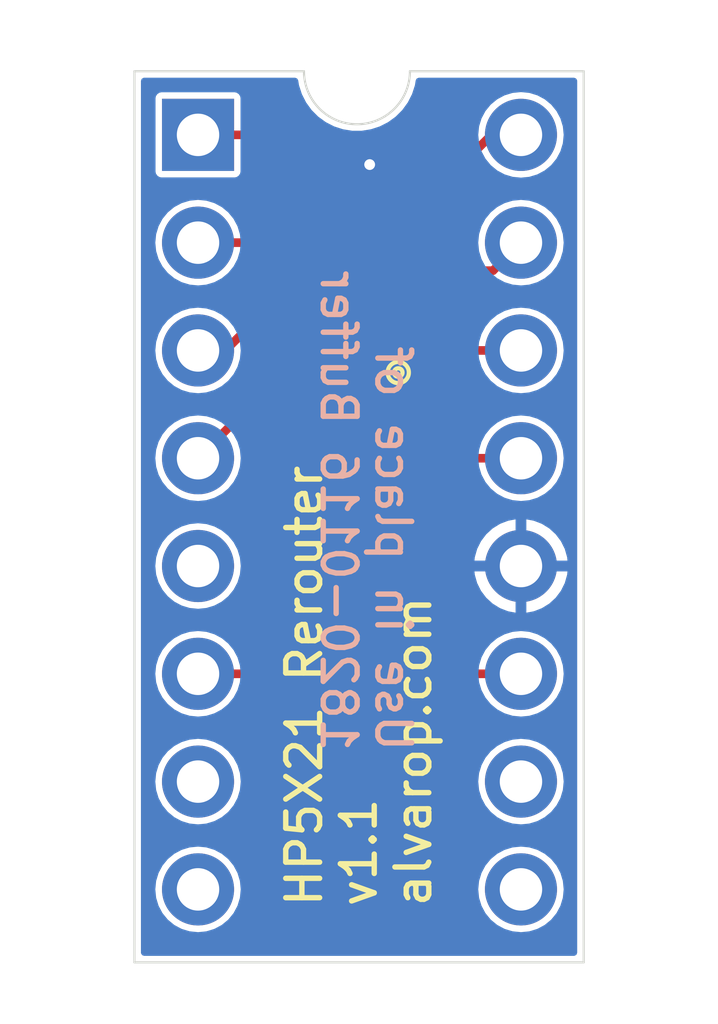
<source format=kicad_pcb>
(kicad_pcb (version 20240108) (generator "pcbnew") (generator_version "8.0")
  (title_block (title "HP5X21 Rerouter") (date "2025-03-29") (rev "1.1") (company "alvarop.com"))
  (layers (0 "F.Cu" signal) (31 "B.Cu" signal) (34 "B.Paste" user) (35 "F.Paste" user) (36 "B.SilkS" user "B.Silkscreen") (37 "F.SilkS" user "F.Silkscreen") (38 "B.Mask" user) (39 "F.Mask" user) (44 "Edge.Cuts" user))
  (net 0 "")
  (net 1 "/~{C}_out")
  (net 2 "/B")
  (net 3 "/~{D}_out")
  (net 4 "/A")
  (net 5 "+5V")
  (net 6 "/~{A}_out")
  (net 7 "/D")
  (net 8 "/~{B}_out")
  (net 9 "GND")
  (net 10 "/C")
  (footprint "alvarop:DHVQFN14_2.5x3mm" (layer "F.Cu") (at 103.725 103.7 180)
    (property "Reference" "U2" (hide yes))
    (property "Value" "74HC04" (hide yes))
    (fp_circle (center -1 -1.9) (end -1 -2) (stroke (width 0.1)) (fill none) (layer "F.SilkS"))
    (fp_circle (center -1 -1.9) (end -1 -2.15) (stroke (width 0.1)) (fill none) (layer "F.SilkS"))
    (pad "" smd roundrect (at 0 0 270) (size 1.4 0.9) (layers "F.Cu" "F.Mask"))
    (pad "1" smd roundrect (at -0.25 -1.55 180) (size 0.24 0.9) (layers "F.Cu" "F.Paste" "F.Mask") (net 4 "/A"))
    (pad "2" smd roundrect (at -1.3 -1 270) (size 0.24 0.9) (layers "F.Cu" "F.Paste" "F.Mask") (net 6 "/~{A}_out"))
    (pad "3" smd roundrect (at -1.3 -0.5 270) (size 0.24 0.9) (layers "F.Cu" "F.Paste" "F.Mask"))
    (pad "4" smd roundrect (at -1.3 0 270) (size 0.24 0.9) (layers "F.Cu" "F.Paste" "F.Mask"))
    (pad "5" smd roundrect (at -1.3 0.5 270) (size 0.24 0.9) (layers "F.Cu" "F.Paste" "F.Mask") (net 7 "/D"))
    (pad "6" smd roundrect (at -1.3 1 270) (size 0.24 0.9) (layers "F.Cu" "F.Paste" "F.Mask") (net 3 "/~{D}_out"))
    (pad "7" smd roundrect (at -0.25 1.55) (size 0.24 0.9) (layers "F.Cu" "F.Paste" "F.Mask") (net 9 "GND"))
    (pad "8" smd roundrect (at 0.25 1.55) (size 0.24 0.9) (layers "F.Cu" "F.Paste" "F.Mask") (net 8 "/~{B}_out"))
    (pad "9" smd roundrect (at 1.3 1 90) (size 0.24 0.9) (layers "F.Cu" "F.Paste" "F.Mask") (net 2 "/B"))
    (pad "10" smd roundrect (at 1.3 0.5 90) (size 0.24 0.9) (layers "F.Cu" "F.Paste" "F.Mask"))
    (pad "11" smd roundrect (at 1.3 0 90) (size 0.24 0.9) (layers "F.Cu" "F.Paste" "F.Mask"))
    (pad "12" smd roundrect (at 1.3 -0.5 90) (size 0.24 0.9) (layers "F.Cu" "F.Paste" "F.Mask") (net 1 "/~{C}_out"))
    (pad "13" smd roundrect (at 1.3 -1 90) (size 0.24 0.9) (layers "F.Cu" "F.Paste" "F.Mask") (net 10 "/C"))
    (pad "14" smd roundrect (at 0.25 -1.55 180) (size 0.24 0.9) (layers "F.Cu" "F.Paste" "F.Mask") (net 5 "+5V"))
  )
  (footprint "alvarop:PinHeader_1x08_P2.54mm_Vertical_nosilk" (layer "B.Cu") (at 100 100 180)
    (property "Reference" "J1" (hide yes))
    (property "Value" "Conn_01x08")
    (pad "1" thru_hole rect (at 0 0 180) (size 1.7 1.7) (drill 1) (layers "*.Cu" "*.Mask" "In1.Cu" "In2.Cu" "In3.Cu" "In4.Cu" "In5.Cu" "In6.Cu" "In7.Cu" "In8.Cu" "In9.Cu" "In10.Cu" "In11.Cu" "In12.Cu" "In13.Cu" "In14.Cu" "In15.Cu" "In16.Cu" "In17.Cu" "In18.Cu" "In19.Cu" "In20.Cu" "In21.Cu" "In22.Cu" "In23.Cu" "In24.Cu" "In25.Cu" "In26.Cu" "In27.Cu" "In28.Cu" "In29.Cu" "In30.Cu") (net 8 "/~{B}_out"))
    (pad "2" thru_hole oval (at 0 -2.54 180) (size 1.7 1.7) (drill 1) (layers "*.Cu" "*.Mask" "In1.Cu" "In2.Cu" "In3.Cu" "In4.Cu" "In5.Cu" "In6.Cu" "In7.Cu" "In8.Cu" "In9.Cu" "In10.Cu" "In11.Cu" "In12.Cu" "In13.Cu" "In14.Cu" "In15.Cu" "In16.Cu" "In17.Cu" "In18.Cu" "In19.Cu" "In20.Cu" "In21.Cu" "In22.Cu" "In23.Cu" "In24.Cu" "In25.Cu" "In26.Cu" "In27.Cu" "In28.Cu" "In29.Cu" "In30.Cu") (net 2 "/B"))
    (pad "3" thru_hole oval (at 0 -5.08 180) (size 1.7 1.7) (drill 1) (layers "*.Cu" "*.Mask" "In1.Cu" "In2.Cu" "In3.Cu" "In4.Cu" "In5.Cu" "In6.Cu" "In7.Cu" "In8.Cu" "In9.Cu" "In10.Cu" "In11.Cu" "In12.Cu" "In13.Cu" "In14.Cu" "In15.Cu" "In16.Cu" "In17.Cu" "In18.Cu" "In19.Cu" "In20.Cu" "In21.Cu" "In22.Cu" "In23.Cu" "In24.Cu" "In25.Cu" "In26.Cu" "In27.Cu" "In28.Cu" "In29.Cu" "In30.Cu") (net 1 "/~{C}_out"))
    (pad "4" thru_hole oval (at 0 -7.62 180) (size 1.7 1.7) (drill 1) (layers "*.Cu" "*.Mask" "In1.Cu" "In2.Cu" "In3.Cu" "In4.Cu" "In5.Cu" "In6.Cu" "In7.Cu" "In8.Cu" "In9.Cu" "In10.Cu" "In11.Cu" "In12.Cu" "In13.Cu" "In14.Cu" "In15.Cu" "In16.Cu" "In17.Cu" "In18.Cu" "In19.Cu" "In20.Cu" "In21.Cu" "In22.Cu" "In23.Cu" "In24.Cu" "In25.Cu" "In26.Cu" "In27.Cu" "In28.Cu" "In29.Cu" "In30.Cu") (net 10 "/C"))
    (pad "5" thru_hole oval (at 0 -10.16 180) (size 1.7 1.7) (drill 1) (layers "*.Cu" "*.Mask" "In1.Cu" "In2.Cu" "In3.Cu" "In4.Cu" "In5.Cu" "In6.Cu" "In7.Cu" "In8.Cu" "In9.Cu" "In10.Cu" "In11.Cu" "In12.Cu" "In13.Cu" "In14.Cu" "In15.Cu" "In16.Cu" "In17.Cu" "In18.Cu" "In19.Cu" "In20.Cu" "In21.Cu" "In22.Cu" "In23.Cu" "In24.Cu" "In25.Cu" "In26.Cu" "In27.Cu" "In28.Cu" "In29.Cu" "In30.Cu"))
    (pad "6" thru_hole oval (at 0 -12.7 180) (size 1.7 1.7) (drill 1) (layers "*.Cu" "*.Mask" "In1.Cu" "In2.Cu" "In3.Cu" "In4.Cu" "In5.Cu" "In6.Cu" "In7.Cu" "In8.Cu" "In9.Cu" "In10.Cu" "In11.Cu" "In12.Cu" "In13.Cu" "In14.Cu" "In15.Cu" "In16.Cu" "In17.Cu" "In18.Cu" "In19.Cu" "In20.Cu" "In21.Cu" "In22.Cu" "In23.Cu" "In24.Cu" "In25.Cu" "In26.Cu" "In27.Cu" "In28.Cu" "In29.Cu" "In30.Cu") (net 5 "+5V"))
    (pad "7" thru_hole oval (at 0 -15.24 180) (size 1.7 1.7) (drill 1) (layers "*.Cu" "*.Mask" "In1.Cu" "In2.Cu" "In3.Cu" "In4.Cu" "In5.Cu" "In6.Cu" "In7.Cu" "In8.Cu" "In9.Cu" "In10.Cu" "In11.Cu" "In12.Cu" "In13.Cu" "In14.Cu" "In15.Cu" "In16.Cu" "In17.Cu" "In18.Cu" "In19.Cu" "In20.Cu" "In21.Cu" "In22.Cu" "In23.Cu" "In24.Cu" "In25.Cu" "In26.Cu" "In27.Cu" "In28.Cu" "In29.Cu" "In30.Cu"))
    (pad "8" thru_hole oval (at 0 -17.78 180) (size 1.7 1.7) (drill 1) (layers "*.Cu" "*.Mask" "In1.Cu" "In2.Cu" "In3.Cu" "In4.Cu" "In5.Cu" "In6.Cu" "In7.Cu" "In8.Cu" "In9.Cu" "In10.Cu" "In11.Cu" "In12.Cu" "In13.Cu" "In14.Cu" "In15.Cu" "In16.Cu" "In17.Cu" "In18.Cu" "In19.Cu" "In20.Cu" "In21.Cu" "In22.Cu" "In23.Cu" "In24.Cu" "In25.Cu" "In26.Cu" "In27.Cu" "In28.Cu" "In29.Cu" "In30.Cu"))
  )
  (footprint "alvarop:PinHeader_1x08_P2.54mm_Vertical_nosquare" (layer "B.Cu") (at 107.62 117.78)
    (property "Reference" "J2" (hide yes))
    (property "Value" "Conn_01x08")
    (pad "1" thru_hole oval (at 0 0) (size 1.7 1.7) (drill 1) (layers "*.Cu" "*.Mask" "In1.Cu" "In2.Cu" "In3.Cu" "In4.Cu" "In5.Cu" "In6.Cu" "In7.Cu" "In8.Cu" "In9.Cu" "In10.Cu" "In11.Cu" "In12.Cu" "In13.Cu" "In14.Cu" "In15.Cu" "In16.Cu" "In17.Cu" "In18.Cu" "In19.Cu" "In20.Cu" "In21.Cu" "In22.Cu" "In23.Cu" "In24.Cu" "In25.Cu" "In26.Cu" "In27.Cu" "In28.Cu" "In29.Cu" "In30.Cu"))
    (pad "2" thru_hole oval (at 0 -2.54) (size 1.7 1.7) (drill 1) (layers "*.Cu" "*.Mask" "In1.Cu" "In2.Cu" "In3.Cu" "In4.Cu" "In5.Cu" "In6.Cu" "In7.Cu" "In8.Cu" "In9.Cu" "In10.Cu" "In11.Cu" "In12.Cu" "In13.Cu" "In14.Cu" "In15.Cu" "In16.Cu" "In17.Cu" "In18.Cu" "In19.Cu" "In20.Cu" "In21.Cu" "In22.Cu" "In23.Cu" "In24.Cu" "In25.Cu" "In26.Cu" "In27.Cu" "In28.Cu" "In29.Cu" "In30.Cu"))
    (pad "3" thru_hole oval (at 0 -5.08) (size 1.7 1.7) (drill 1) (layers "*.Cu" "*.Mask" "In1.Cu" "In2.Cu" "In3.Cu" "In4.Cu" "In5.Cu" "In6.Cu" "In7.Cu" "In8.Cu" "In9.Cu" "In10.Cu" "In11.Cu" "In12.Cu" "In13.Cu" "In14.Cu" "In15.Cu" "In16.Cu" "In17.Cu" "In18.Cu" "In19.Cu" "In20.Cu" "In21.Cu" "In22.Cu" "In23.Cu" "In24.Cu" "In25.Cu" "In26.Cu" "In27.Cu" "In28.Cu" "In29.Cu" "In30.Cu") (net 5 "+5V"))
    (pad "4" thru_hole oval (at 0 -7.62) (size 1.7 1.7) (drill 1) (layers "*.Cu" "*.Mask" "In1.Cu" "In2.Cu" "In3.Cu" "In4.Cu" "In5.Cu" "In6.Cu" "In7.Cu" "In8.Cu" "In9.Cu" "In10.Cu" "In11.Cu" "In12.Cu" "In13.Cu" "In14.Cu" "In15.Cu" "In16.Cu" "In17.Cu" "In18.Cu" "In19.Cu" "In20.Cu" "In21.Cu" "In22.Cu" "In23.Cu" "In24.Cu" "In25.Cu" "In26.Cu" "In27.Cu" "In28.Cu" "In29.Cu" "In30.Cu") (net 9 "GND"))
    (pad "5" thru_hole oval (at 0 -10.16) (size 1.7 1.7) (drill 1) (layers "*.Cu" "*.Mask" "In1.Cu" "In2.Cu" "In3.Cu" "In4.Cu" "In5.Cu" "In6.Cu" "In7.Cu" "In8.Cu" "In9.Cu" "In10.Cu" "In11.Cu" "In12.Cu" "In13.Cu" "In14.Cu" "In15.Cu" "In16.Cu" "In17.Cu" "In18.Cu" "In19.Cu" "In20.Cu" "In21.Cu" "In22.Cu" "In23.Cu" "In24.Cu" "In25.Cu" "In26.Cu" "In27.Cu" "In28.Cu" "In29.Cu" "In30.Cu") (net 4 "/A"))
    (pad "6" thru_hole oval (at 0 -12.7) (size 1.7 1.7) (drill 1) (layers "*.Cu" "*.Mask" "In1.Cu" "In2.Cu" "In3.Cu" "In4.Cu" "In5.Cu" "In6.Cu" "In7.Cu" "In8.Cu" "In9.Cu" "In10.Cu" "In11.Cu" "In12.Cu" "In13.Cu" "In14.Cu" "In15.Cu" "In16.Cu" "In17.Cu" "In18.Cu" "In19.Cu" "In20.Cu" "In21.Cu" "In22.Cu" "In23.Cu" "In24.Cu" "In25.Cu" "In26.Cu" "In27.Cu" "In28.Cu" "In29.Cu" "In30.Cu") (net 6 "/~{A}_out"))
    (pad "7" thru_hole oval (at 0 -15.24) (size 1.7 1.7) (drill 1) (layers "*.Cu" "*.Mask" "In1.Cu" "In2.Cu" "In3.Cu" "In4.Cu" "In5.Cu" "In6.Cu" "In7.Cu" "In8.Cu" "In9.Cu" "In10.Cu" "In11.Cu" "In12.Cu" "In13.Cu" "In14.Cu" "In15.Cu" "In16.Cu" "In17.Cu" "In18.Cu" "In19.Cu" "In20.Cu" "In21.Cu" "In22.Cu" "In23.Cu" "In24.Cu" "In25.Cu" "In26.Cu" "In27.Cu" "In28.Cu" "In29.Cu" "In30.Cu") (net 7 "/D"))
    (pad "8" thru_hole oval (at 0 -17.78) (size 1.7 1.7) (drill 1) (layers "*.Cu" "*.Mask" "In1.Cu" "In2.Cu" "In3.Cu" "In4.Cu" "In5.Cu" "In6.Cu" "In7.Cu" "In8.Cu" "In9.Cu" "In10.Cu" "In11.Cu" "In12.Cu" "In13.Cu" "In14.Cu" "In15.Cu" "In16.Cu" "In17.Cu" "In18.Cu" "In19.Cu" "In20.Cu" "In21.Cu" "In22.Cu" "In23.Cu" "In24.Cu" "In25.Cu" "In26.Cu" "In27.Cu" "In28.Cu" "In29.Cu" "In30.Cu") (net 3 "/~{D}_out"))
  )
  (gr_line (start 109.1 98.5) (end 109.1 119.5) (stroke (width 0.05)) (layer "Edge.Cuts"))
  (gr_line (start 109.1 119.5) (end 98.5 119.5) (stroke (width 0.05)) (layer "Edge.Cuts"))
  (gr_arc (start 105 98.5) (mid 103.75 99.75) (end 102.5 98.5) (stroke (width 0.05)) (layer "Edge.Cuts"))
  (gr_line (start 109.1 98.5) (end 105 98.5) (stroke (width 0.05)) (layer "Edge.Cuts"))
  (gr_line (start 98.5 119.5) (end 98.5 98.5) (stroke (width 0.05)) (layer "Edge.Cuts"))
  (gr_line (start 102.5 98.5) (end 98.5 98.5) (stroke (width 0.05)) (layer "Edge.Cuts"))
  (gr_text "Use in place of\n1820-0116 Buffer" (at 102.85 114.6 270) (layer "B.SilkS") (effects (font (size 0.8 0.8) (thickness 0.127)) (justify left bottom mirror)))
  (gr_text "${TITLE}\nv${REVISION}\nalvarop.com" (at 105.55 118.25 90) (layer "F.SilkS") (effects (font (size 0.8 0.8) (thickness 0.127)) (justify left bottom)))
  (segment (start 102.425 104.2) (end 101.525 104.2) (width 0.2032) (layer "F.Cu") (net 1))
  (segment (start 100.645 105.08) (end 100 105.08) (width 0.2032) (layer "F.Cu") (net 1))
  (segment (start 101.525 104.2) (end 100.645 105.08) (width 0.2032) (layer "F.Cu") (net 1))
  (segment (start 101.44 102.54) (end 100 102.54) (width 0.2032) (layer "F.Cu") (net 2))
  (segment (start 101.6 102.7) (end 101.44 102.54) (width 0.2032) (layer "F.Cu") (net 2))
  (segment (start 102.425 102.7) (end 101.6 102.7) (width 0.2032) (layer "F.Cu") (net 2))
  (segment (start 105.025 102.7) (end 105.6 102.7) (width 0.2032) (layer "F.Cu") (net 3))
  (segment (start 105.925 101) (end 106.925 100) (width 0.2032) (layer "F.Cu") (net 3))
  (segment (start 106.925 100) (end 107.62 100) (width 0.2032) (layer "F.Cu") (net 3))
  (segment (start 105.6 102.7) (end 105.925 102.375) (width 0.2032) (layer "F.Cu") (net 3))
  (segment (start 105.925 102.375) (end 105.925 101) (width 0.2032) (layer "F.Cu") (net 3))
  (segment (start 103.975 105.25) (end 103.975 106.7) (width 0.2032) (layer "F.Cu") (net 4))
  (segment (start 104.895 107.62) (end 107.62 107.62) (width 0.2032) (layer "F.Cu") (net 4))
  (segment (start 103.975 106.7) (end 104.895 107.62) (width 0.2032) (layer "F.Cu") (net 4))
  (segment (start 103.475 110.425) (end 101.2 112.7) (width 0.2032) (layer "F.Cu") (net 5))
  (segment (start 103.475 105.25) (end 103.475 110.425) (width 0.2032) (layer "F.Cu") (net 5))
  (segment (start 105.75 112.7) (end 107.62 112.7) (width 0.2032) (layer "F.Cu") (net 5))
  (segment (start 103.475 110.425) (end 105.75 112.7) (width 0.2032) (layer "F.Cu") (net 5))
  (segment (start 101.2 112.7) (end 100 112.7) (width 0.2032) (layer "F.Cu") (net 5))
  (segment (start 105.025 104.7) (end 105.625 104.7) (width 0.2032) (layer "F.Cu") (net 6))
  (segment (start 105.625 104.7) (end 106.005 105.08) (width 0.2032) (layer "F.Cu") (net 6))
  (segment (start 106.005 105.08) (end 107.62 105.08) (width 0.2032) (layer "F.Cu") (net 6))
  (segment (start 105.025 103.2) (end 106.96 103.2) (width 0.2032) (layer "F.Cu") (net 7))
  (segment (start 106.96 103.2) (end 107.62 102.54) (width 0.2032) (layer "F.Cu") (net 7))
  (segment (start 102.125 100) (end 100 100) (width 0.2032) (layer "F.Cu") (net 8))
  (segment (start 103.475 102.15) (end 103.475 101.35) (width 0.2032) (layer "F.Cu") (net 8))
  (segment (start 103.475 101.35) (end 102.125 100) (width 0.2032) (layer "F.Cu") (net 8))
  (segment (start 103.975 100.775) (end 104.05 100.7) (width 0.2032) (layer "F.Cu") (net 9))
  (segment (start 103.975 102.15) (end 103.975 100.775) (width 0.2032) (layer "F.Cu") (net 9))
  (via (at 104.05 100.7) (size 0.508) (drill 0.254) (layers "F.Cu" "B.Cu") (net 9))
  (segment (start 102.425 104.7) (end 101.75 104.7) (width 0.2032) (layer "F.Cu") (net 10))
  (segment (start 101.375 105.075) (end 101.375 106.245) (width 0.2032) (layer "F.Cu") (net 10))
  (segment (start 101.75 104.7) (end 101.375 105.075) (width 0.2032) (layer "F.Cu") (net 10))
  (segment (start 101.375 106.245) (end 100 107.62) (width 0.2032) (layer "F.Cu") (net 10))
  (zone (net 9) (net_name "GND") (layer "B.Cu") (connect_pads (clearance 0.1524)) (min_thickness 0.1524) (fill yes (thermal_gap 0.254) (thermal_bridge_width 0.254))
    (polygon (pts (xy 98.5 98.5) (xy 109 98.5) (xy 109 119.5) (xy 98.5 119.5)))
  )
)
</source>
